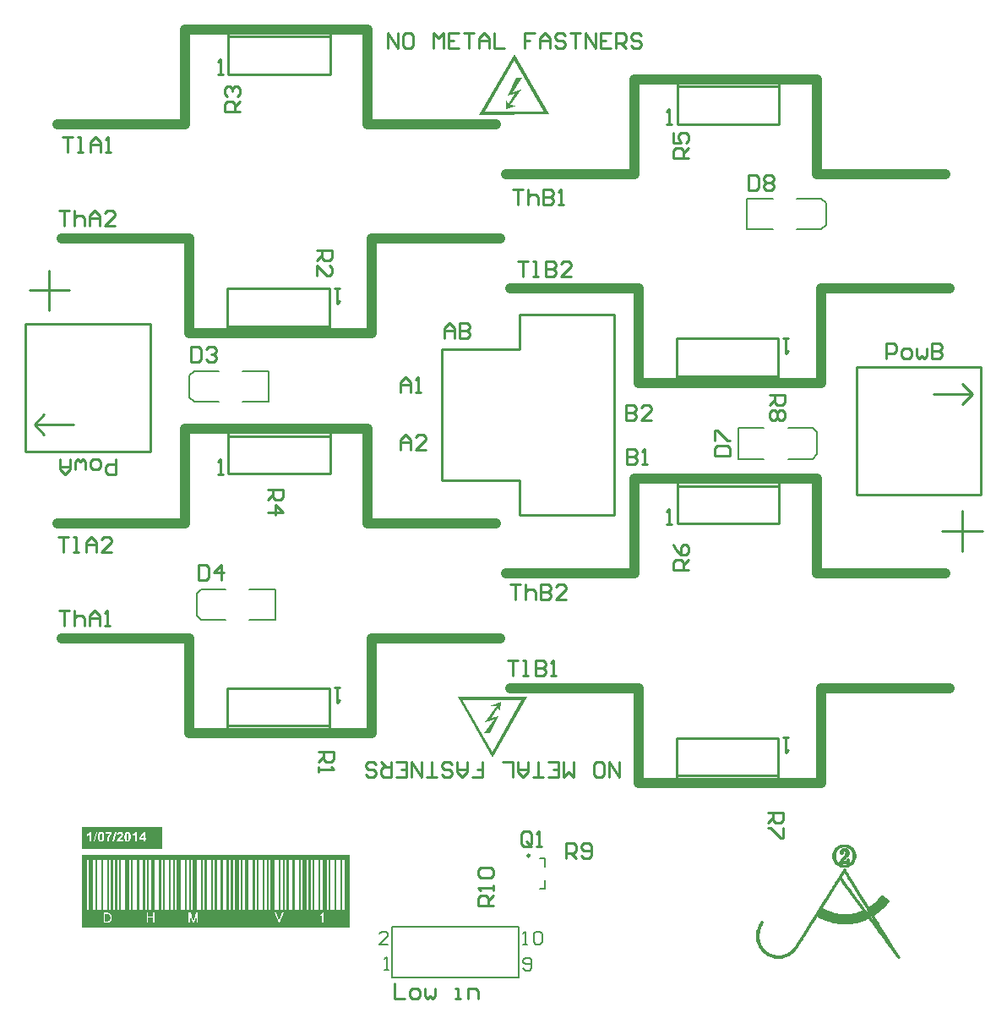
<source format=gto>
%FSLAX24Y24*%
%MOIN*%
G70*
G01*
G75*
G04 Layer_Color=65535*
%ADD10R,0.0276X0.0354*%
%ADD11R,0.0906X0.0906*%
%ADD12R,0.0354X0.0276*%
%ADD13R,0.0394X0.0433*%
%ADD14R,0.0591X0.0236*%
%ADD15C,0.0787*%
%ADD16C,0.0100*%
%ADD17C,0.0984*%
%ADD18C,0.1575*%
%ADD19C,0.0591*%
%ADD20C,0.1181*%
%ADD21R,0.0591X0.0591*%
%ADD22C,0.0500*%
%ADD23R,0.0906X0.0906*%
%ADD24R,0.0433X0.0394*%
%ADD25R,0.0906X0.0984*%
%ADD26R,0.0453X0.0236*%
%ADD27O,0.0236X0.0866*%
%ADD28C,0.0098*%
%ADD29C,0.0079*%
%ADD30C,0.0394*%
%ADD31C,0.0090*%
%ADD32C,0.0080*%
G36*
X21487Y35118D02*
X18746Y35114D01*
X20115Y37490D01*
X21487Y35118D01*
D02*
G37*
G36*
X6237Y6154D02*
X3071D01*
Y7038D01*
X6237D01*
Y6154D01*
D02*
G37*
G36*
X19256Y9779D02*
X17883Y12151D01*
X20624Y12155D01*
X19256Y9779D01*
D02*
G37*
G36*
X13622Y3071D02*
X3071D01*
Y5919D01*
X13622D01*
Y3071D01*
D02*
G37*
%LPC*%
G36*
X4213Y5722D02*
X4134D01*
Y3754D01*
X4213D01*
Y5722D01*
D02*
G37*
G36*
X4528D02*
X4449D01*
Y3754D01*
X4528D01*
Y5722D01*
D02*
G37*
G36*
X4370D02*
X4291D01*
Y3754D01*
X4370D01*
Y5722D01*
D02*
G37*
G36*
X3583D02*
X3504D01*
Y3754D01*
X3583D01*
Y5722D01*
D02*
G37*
G36*
X3346D02*
X3268D01*
Y3754D01*
X3346D01*
Y5722D01*
D02*
G37*
G36*
X4055D02*
X3898D01*
Y3754D01*
X4055D01*
Y5722D01*
D02*
G37*
G36*
X3819D02*
X3661D01*
Y3754D01*
X3819D01*
Y5722D01*
D02*
G37*
G36*
X5787D02*
X5709D01*
Y3754D01*
X5787D01*
Y5722D01*
D02*
G37*
G36*
X5630D02*
X5551D01*
Y3754D01*
X5630D01*
Y5722D01*
D02*
G37*
G36*
X6260D02*
X6181D01*
Y3754D01*
X6260D01*
Y5722D01*
D02*
G37*
G36*
X6102D02*
X5945D01*
Y3754D01*
X6102D01*
Y5722D01*
D02*
G37*
G36*
X5000D02*
X4921D01*
Y3754D01*
X5000D01*
Y5722D01*
D02*
G37*
G36*
X4764D02*
X4606D01*
Y3754D01*
X4764D01*
Y5722D01*
D02*
G37*
G36*
X5472D02*
X5315D01*
Y3754D01*
X5472D01*
Y5722D01*
D02*
G37*
G36*
X5236D02*
X5079D01*
Y3754D01*
X5236D01*
Y5722D01*
D02*
G37*
G36*
X5918Y3652D02*
X5867D01*
Y3494D01*
X5668D01*
Y3652D01*
X5617D01*
Y3268D01*
X5668D01*
Y3449D01*
X5867D01*
Y3268D01*
X5918D01*
Y3652D01*
D02*
G37*
G36*
X3673Y6847D02*
X3618D01*
X3523Y6450D01*
X3577D01*
X3673Y6847D01*
D02*
G37*
G36*
X4419D02*
X4363D01*
X4269Y6450D01*
X4323D01*
X4419Y6847D01*
D02*
G37*
G36*
X3437Y6842D02*
X3377D01*
X3371Y6829D01*
X3364Y6818D01*
X3357Y6807D01*
X3349Y6798D01*
X3341Y6791D01*
X3336Y6785D01*
X3334Y6784D01*
X3332Y6782D01*
X3331Y6781D01*
X3330Y6781D01*
X3318Y6771D01*
X3306Y6764D01*
X3296Y6758D01*
X3286Y6753D01*
X3279Y6749D01*
X3273Y6747D01*
X3271Y6746D01*
X3269Y6746D01*
X3268Y6745D01*
X3268D01*
Y6678D01*
X3288Y6686D01*
X3306Y6695D01*
X3322Y6704D01*
X3329Y6708D01*
X3336Y6713D01*
X3342Y6717D01*
X3347Y6721D01*
X3352Y6725D01*
X3356Y6728D01*
X3359Y6730D01*
X3361Y6732D01*
X3362Y6733D01*
X3363Y6734D01*
Y6457D01*
X3437D01*
Y6842D01*
D02*
G37*
G36*
X4869D02*
X4864D01*
X4854Y6842D01*
X4844Y6840D01*
X4836Y6839D01*
X4827Y6836D01*
X4819Y6833D01*
X4812Y6830D01*
X4806Y6826D01*
X4800Y6822D01*
X4795Y6819D01*
X4790Y6815D01*
X4786Y6812D01*
X4783Y6809D01*
X4781Y6806D01*
X4778Y6804D01*
X4778Y6803D01*
X4777Y6802D01*
X4771Y6793D01*
X4765Y6782D01*
X4759Y6770D01*
X4755Y6758D01*
X4752Y6745D01*
X4749Y6732D01*
X4744Y6706D01*
X4742Y6694D01*
X4741Y6683D01*
X4741Y6673D01*
X4740Y6664D01*
X4740Y6657D01*
Y6651D01*
Y6647D01*
Y6647D01*
Y6646D01*
X4740Y6626D01*
X4741Y6608D01*
X4742Y6591D01*
X4745Y6575D01*
X4747Y6561D01*
X4750Y6549D01*
X4754Y6538D01*
X4757Y6528D01*
X4759Y6519D01*
X4763Y6512D01*
X4766Y6506D01*
X4768Y6501D01*
X4771Y6497D01*
X4772Y6495D01*
X4773Y6493D01*
X4774Y6492D01*
X4780Y6485D01*
X4788Y6478D01*
X4795Y6472D01*
X4802Y6468D01*
X4810Y6464D01*
X4817Y6460D01*
X4825Y6457D01*
X4832Y6455D01*
X4838Y6453D01*
X4845Y6452D01*
X4850Y6451D01*
X4855Y6450D01*
X4859D01*
X4862Y6450D01*
X4864D01*
X4874Y6450D01*
X4884Y6451D01*
X4893Y6453D01*
X4901Y6456D01*
X4909Y6459D01*
X4916Y6462D01*
X4923Y6465D01*
X4929Y6470D01*
X4934Y6473D01*
X4938Y6477D01*
X4942Y6480D01*
X4945Y6483D01*
X4948Y6485D01*
X4950Y6487D01*
X4950Y6488D01*
X4951Y6489D01*
X4957Y6498D01*
X4963Y6509D01*
X4968Y6521D01*
X4973Y6533D01*
X4976Y6546D01*
X4979Y6559D01*
X4984Y6585D01*
X4986Y6597D01*
X4987Y6609D01*
X4988Y6619D01*
X4988Y6628D01*
X4989Y6635D01*
Y6641D01*
Y6644D01*
Y6645D01*
Y6646D01*
X4988Y6666D01*
X4987Y6684D01*
X4985Y6701D01*
X4983Y6716D01*
X4980Y6730D01*
X4977Y6743D01*
X4974Y6754D01*
X4970Y6765D01*
X4967Y6774D01*
X4963Y6781D01*
X4960Y6788D01*
X4957Y6793D01*
X4955Y6797D01*
X4953Y6799D01*
X4952Y6801D01*
X4951Y6802D01*
X4945Y6809D01*
X4938Y6815D01*
X4931Y6821D01*
X4924Y6825D01*
X4917Y6829D01*
X4910Y6832D01*
X4903Y6835D01*
X4896Y6837D01*
X4889Y6839D01*
X4883Y6840D01*
X4878Y6841D01*
X4874Y6842D01*
X4869Y6842D01*
D02*
G37*
G36*
X20413Y12039D02*
X18091D01*
X18102Y12009D01*
X19244Y10033D01*
X19252Y10014D01*
X20413Y12028D01*
Y12039D01*
D02*
G37*
G36*
X20118Y37255D02*
X18958Y35241D01*
Y35230D01*
X21279D01*
X21268Y35260D01*
X20126Y37236D01*
X20118Y37255D01*
D02*
G37*
G36*
X3825Y6842D02*
X3820D01*
X3810Y6842D01*
X3800Y6840D01*
X3791Y6839D01*
X3783Y6836D01*
X3775Y6833D01*
X3768Y6830D01*
X3761Y6826D01*
X3756Y6822D01*
X3750Y6819D01*
X3746Y6815D01*
X3742Y6812D01*
X3739Y6809D01*
X3736Y6806D01*
X3734Y6804D01*
X3733Y6803D01*
X3733Y6802D01*
X3726Y6793D01*
X3721Y6782D01*
X3715Y6770D01*
X3711Y6758D01*
X3708Y6745D01*
X3705Y6732D01*
X3700Y6706D01*
X3698Y6694D01*
X3697Y6683D01*
X3697Y6673D01*
X3696Y6664D01*
X3695Y6657D01*
Y6651D01*
Y6647D01*
Y6647D01*
Y6646D01*
X3696Y6626D01*
X3697Y6608D01*
X3698Y6591D01*
X3701Y6575D01*
X3703Y6561D01*
X3706Y6549D01*
X3709Y6538D01*
X3712Y6528D01*
X3715Y6519D01*
X3719Y6512D01*
X3722Y6506D01*
X3724Y6501D01*
X3726Y6497D01*
X3728Y6495D01*
X3729Y6493D01*
X3729Y6492D01*
X3736Y6485D01*
X3743Y6478D01*
X3750Y6472D01*
X3758Y6468D01*
X3766Y6464D01*
X3773Y6460D01*
X3781Y6457D01*
X3788Y6455D01*
X3794Y6453D01*
X3801Y6452D01*
X3806Y6451D01*
X3811Y6450D01*
X3815D01*
X3818Y6450D01*
X3820D01*
X3830Y6450D01*
X3840Y6451D01*
X3849Y6453D01*
X3857Y6456D01*
X3864Y6459D01*
X3872Y6462D01*
X3878Y6465D01*
X3884Y6470D01*
X3890Y6473D01*
X3894Y6477D01*
X3898Y6480D01*
X3901Y6483D01*
X3904Y6485D01*
X3905Y6487D01*
X3906Y6488D01*
X3907Y6489D01*
X3913Y6498D01*
X3919Y6509D01*
X3924Y6521D01*
X3929Y6533D01*
X3932Y6546D01*
X3935Y6559D01*
X3940Y6585D01*
X3942Y6597D01*
X3943Y6609D01*
X3943Y6619D01*
X3944Y6628D01*
X3945Y6635D01*
Y6641D01*
Y6644D01*
Y6645D01*
Y6646D01*
X3944Y6666D01*
X3943Y6684D01*
X3941Y6701D01*
X3939Y6716D01*
X3936Y6730D01*
X3933Y6743D01*
X3929Y6754D01*
X3926Y6765D01*
X3922Y6774D01*
X3919Y6781D01*
X3916Y6788D01*
X3913Y6793D01*
X3911Y6797D01*
X3909Y6799D01*
X3908Y6801D01*
X3907Y6802D01*
X3901Y6809D01*
X3894Y6815D01*
X3887Y6821D01*
X3880Y6825D01*
X3873Y6829D01*
X3866Y6832D01*
X3859Y6835D01*
X3852Y6837D01*
X3845Y6839D01*
X3839Y6840D01*
X3834Y6841D01*
X3829Y6842D01*
X3825Y6842D01*
D02*
G37*
G36*
X4245Y6835D02*
X3994D01*
Y6767D01*
X4160D01*
X4142Y6742D01*
X4126Y6716D01*
X4112Y6691D01*
X4105Y6679D01*
X4100Y6668D01*
X4095Y6657D01*
X4090Y6648D01*
X4087Y6639D01*
X4084Y6632D01*
X4081Y6626D01*
X4079Y6622D01*
X4079Y6619D01*
X4078Y6618D01*
X4073Y6603D01*
X4067Y6588D01*
X4063Y6573D01*
X4060Y6558D01*
X4057Y6544D01*
X4054Y6531D01*
X4052Y6518D01*
X4050Y6506D01*
X4049Y6496D01*
X4048Y6486D01*
X4046Y6478D01*
X4046Y6470D01*
Y6464D01*
X4045Y6460D01*
Y6458D01*
Y6457D01*
X4116D01*
X4117Y6476D01*
X4118Y6496D01*
X4121Y6515D01*
X4122Y6524D01*
X4124Y6533D01*
X4125Y6541D01*
X4127Y6549D01*
X4128Y6555D01*
X4130Y6561D01*
X4131Y6565D01*
X4132Y6568D01*
X4132Y6571D01*
Y6571D01*
X4139Y6595D01*
X4147Y6618D01*
X4151Y6629D01*
X4155Y6639D01*
X4159Y6648D01*
X4163Y6657D01*
X4167Y6665D01*
X4170Y6672D01*
X4173Y6678D01*
X4176Y6684D01*
X4179Y6688D01*
X4180Y6691D01*
X4181Y6693D01*
X4181Y6694D01*
X4187Y6704D01*
X4194Y6714D01*
X4200Y6723D01*
X4205Y6732D01*
X4211Y6739D01*
X4216Y6747D01*
X4221Y6753D01*
X4225Y6759D01*
X4229Y6764D01*
X4234Y6769D01*
X4237Y6773D01*
X4240Y6776D01*
X4242Y6778D01*
X4244Y6781D01*
X4245Y6781D01*
X4245Y6782D01*
Y6835D01*
D02*
G37*
G36*
X12590Y3654D02*
X12559D01*
X12554Y3644D01*
X12548Y3635D01*
X12541Y3626D01*
X12534Y3618D01*
X12527Y3612D01*
X12522Y3606D01*
X12518Y3603D01*
X12518Y3602D01*
X12517Y3602D01*
X12506Y3592D01*
X12494Y3584D01*
X12483Y3576D01*
X12472Y3570D01*
X12463Y3564D01*
X12459Y3563D01*
X12455Y3561D01*
X12453Y3559D01*
X12450Y3558D01*
X12449Y3557D01*
X12449D01*
Y3511D01*
X12457Y3515D01*
X12466Y3519D01*
X12474Y3522D01*
X12481Y3526D01*
X12488Y3530D01*
X12493Y3533D01*
X12497Y3535D01*
X12497Y3536D01*
X12498D01*
X12508Y3541D01*
X12517Y3548D01*
X12524Y3553D01*
X12531Y3558D01*
X12536Y3563D01*
X12540Y3565D01*
X12542Y3568D01*
X12543Y3568D01*
Y3268D01*
X12590D01*
Y3654D01*
D02*
G37*
G36*
X11021Y3652D02*
X10969D01*
X10865Y3373D01*
X10861Y3361D01*
X10857Y3350D01*
X10853Y3339D01*
X10851Y3330D01*
X10848Y3322D01*
X10846Y3315D01*
X10846Y3313D01*
X10845Y3311D01*
X10845Y3310D01*
Y3310D01*
X10838Y3332D01*
X10835Y3343D01*
X10831Y3353D01*
X10828Y3361D01*
X10827Y3367D01*
X10825Y3370D01*
X10825Y3371D01*
X10824Y3372D01*
Y3373D01*
X10725Y3652D01*
X10669D01*
X10818Y3268D01*
X10870D01*
X11021Y3652D01*
D02*
G37*
G36*
X7644D02*
X7575D01*
X7483Y3385D01*
X7478Y3370D01*
X7473Y3358D01*
X7470Y3347D01*
X7468Y3338D01*
X7465Y3332D01*
X7464Y3327D01*
X7463Y3324D01*
X7462Y3323D01*
X7460Y3331D01*
X7457Y3340D01*
X7454Y3350D01*
X7451Y3359D01*
X7448Y3367D01*
X7446Y3374D01*
X7445Y3377D01*
X7445Y3378D01*
X7444Y3379D01*
Y3380D01*
X7353Y3652D01*
X7277D01*
Y3268D01*
X7326D01*
Y3595D01*
X7437Y3268D01*
X7482D01*
X7595Y3589D01*
Y3268D01*
X7644D01*
Y3652D01*
D02*
G37*
G36*
X4070D02*
X3923D01*
Y3268D01*
X4061D01*
X4074Y3268D01*
X4085Y3269D01*
X4096Y3270D01*
X4105Y3271D01*
X4112Y3272D01*
X4118Y3273D01*
X4121Y3274D01*
X4122D01*
X4132Y3277D01*
X4141Y3280D01*
X4149Y3283D01*
X4155Y3286D01*
X4160Y3289D01*
X4164Y3291D01*
X4167Y3292D01*
X4168Y3293D01*
X4175Y3298D01*
X4181Y3304D01*
X4188Y3310D01*
X4192Y3315D01*
X4197Y3320D01*
X4200Y3324D01*
X4202Y3327D01*
X4203Y3328D01*
X4209Y3337D01*
X4214Y3346D01*
X4219Y3355D01*
X4222Y3364D01*
X4225Y3372D01*
X4227Y3378D01*
X4228Y3381D01*
X4229Y3382D01*
X4229Y3384D01*
Y3384D01*
X4233Y3397D01*
X4235Y3410D01*
X4237Y3424D01*
X4239Y3436D01*
X4239Y3446D01*
Y3451D01*
X4240Y3454D01*
Y3458D01*
Y3460D01*
Y3461D01*
Y3462D01*
X4239Y3481D01*
X4237Y3498D01*
X4235Y3513D01*
X4233Y3520D01*
X4232Y3526D01*
X4231Y3532D01*
X4229Y3537D01*
X4228Y3542D01*
X4227Y3546D01*
X4226Y3549D01*
X4225Y3551D01*
X4225Y3552D01*
Y3553D01*
X4218Y3567D01*
X4211Y3580D01*
X4203Y3591D01*
X4196Y3601D01*
X4189Y3608D01*
X4184Y3614D01*
X4180Y3618D01*
X4180Y3619D01*
X4179D01*
X4170Y3626D01*
X4160Y3632D01*
X4151Y3636D01*
X4142Y3640D01*
X4134Y3643D01*
X4128Y3644D01*
X4126Y3646D01*
X4125D01*
X4123Y3646D01*
X4123D01*
X4113Y3648D01*
X4102Y3650D01*
X4091Y3651D01*
X4080Y3651D01*
X4070Y3652D01*
D02*
G37*
G36*
X4573Y6842D02*
X4558D01*
X4549Y6841D01*
X4532Y6838D01*
X4518Y6833D01*
X4511Y6831D01*
X4506Y6829D01*
X4500Y6826D01*
X4495Y6824D01*
X4491Y6822D01*
X4488Y6819D01*
X4485Y6818D01*
X4483Y6816D01*
X4482Y6816D01*
X4482Y6815D01*
X4476Y6810D01*
X4470Y6804D01*
X4465Y6798D01*
X4461Y6791D01*
X4454Y6776D01*
X4448Y6762D01*
X4446Y6755D01*
X4445Y6749D01*
X4443Y6743D01*
X4442Y6738D01*
X4441Y6734D01*
Y6731D01*
X4441Y6729D01*
Y6728D01*
X4514Y6721D01*
X4515Y6732D01*
X4517Y6742D01*
X4520Y6750D01*
X4522Y6756D01*
X4525Y6761D01*
X4527Y6764D01*
X4528Y6767D01*
X4529Y6767D01*
X4535Y6772D01*
X4541Y6776D01*
X4547Y6778D01*
X4553Y6780D01*
X4558Y6781D01*
X4562Y6781D01*
X4566D01*
X4574Y6781D01*
X4582Y6779D01*
X4588Y6777D01*
X4593Y6775D01*
X4597Y6772D01*
X4600Y6770D01*
X4602Y6769D01*
X4603Y6768D01*
X4607Y6763D01*
X4610Y6756D01*
X4613Y6750D01*
X4614Y6744D01*
X4616Y6739D01*
X4616Y6734D01*
Y6731D01*
Y6730D01*
X4616Y6722D01*
X4614Y6714D01*
X4611Y6706D01*
X4609Y6699D01*
X4606Y6693D01*
X4603Y6689D01*
X4602Y6686D01*
X4601Y6685D01*
X4599Y6681D01*
X4595Y6677D01*
X4591Y6673D01*
X4586Y6668D01*
X4576Y6658D01*
X4566Y6647D01*
X4556Y6638D01*
X4551Y6633D01*
X4548Y6630D01*
X4544Y6627D01*
X4542Y6624D01*
X4540Y6623D01*
X4540Y6622D01*
X4528Y6612D01*
X4518Y6602D01*
X4509Y6592D01*
X4500Y6584D01*
X4493Y6575D01*
X4486Y6568D01*
X4480Y6561D01*
X4475Y6554D01*
X4470Y6549D01*
X4466Y6544D01*
X4463Y6540D01*
X4461Y6536D01*
X4459Y6533D01*
X4458Y6532D01*
X4456Y6530D01*
Y6530D01*
X4449Y6517D01*
X4444Y6504D01*
X4439Y6492D01*
X4437Y6480D01*
X4434Y6471D01*
X4434Y6467D01*
X4433Y6463D01*
X4432Y6461D01*
X4432Y6458D01*
Y6457D01*
Y6457D01*
X4690D01*
Y6525D01*
X4543D01*
X4548Y6533D01*
X4553Y6539D01*
X4555Y6542D01*
X4556Y6543D01*
X4558Y6544D01*
X4558Y6545D01*
X4561Y6547D01*
X4563Y6550D01*
X4569Y6556D01*
X4576Y6563D01*
X4584Y6570D01*
X4591Y6577D01*
X4597Y6582D01*
X4599Y6585D01*
X4600Y6587D01*
X4602Y6587D01*
X4602Y6588D01*
X4614Y6599D01*
X4624Y6609D01*
X4633Y6618D01*
X4640Y6625D01*
X4645Y6630D01*
X4648Y6634D01*
X4650Y6636D01*
X4651Y6637D01*
X4658Y6646D01*
X4664Y6655D01*
X4669Y6663D01*
X4673Y6671D01*
X4676Y6677D01*
X4679Y6681D01*
X4680Y6684D01*
X4680Y6685D01*
X4683Y6694D01*
X4686Y6704D01*
X4688Y6712D01*
X4689Y6719D01*
X4689Y6726D01*
X4690Y6731D01*
Y6734D01*
Y6735D01*
X4689Y6743D01*
X4689Y6752D01*
X4685Y6766D01*
X4679Y6779D01*
X4673Y6790D01*
X4668Y6799D01*
X4665Y6803D01*
X4662Y6806D01*
X4660Y6808D01*
X4658Y6810D01*
X4658Y6811D01*
X4657Y6811D01*
X4651Y6816D01*
X4644Y6822D01*
X4637Y6826D01*
X4630Y6829D01*
X4614Y6835D01*
X4600Y6838D01*
X4593Y6840D01*
X4587Y6840D01*
X4582Y6841D01*
X4577Y6842D01*
X4573Y6842D01*
D02*
G37*
G36*
X5227D02*
X5167D01*
X5161Y6829D01*
X5154Y6818D01*
X5147Y6807D01*
X5139Y6798D01*
X5132Y6791D01*
X5126Y6785D01*
X5124Y6784D01*
X5122Y6782D01*
X5121Y6781D01*
X5120Y6781D01*
X5108Y6771D01*
X5096Y6764D01*
X5086Y6758D01*
X5077Y6753D01*
X5069Y6749D01*
X5063Y6747D01*
X5061Y6746D01*
X5059Y6746D01*
X5058Y6745D01*
X5058D01*
Y6678D01*
X5078Y6686D01*
X5096Y6695D01*
X5112Y6704D01*
X5119Y6708D01*
X5126Y6713D01*
X5132Y6717D01*
X5137Y6721D01*
X5142Y6725D01*
X5146Y6728D01*
X5149Y6730D01*
X5151Y6732D01*
X5153Y6733D01*
X5153Y6734D01*
Y6457D01*
X5227D01*
Y6842D01*
D02*
G37*
G36*
X5552D02*
X5490D01*
X5323Y6598D01*
Y6534D01*
X5481D01*
Y6457D01*
X5552D01*
Y6534D01*
X5600D01*
Y6598D01*
X5552D01*
Y6842D01*
D02*
G37*
G36*
X11142Y5722D02*
X11063D01*
Y3754D01*
X11142D01*
Y5722D01*
D02*
G37*
G36*
X10984D02*
X10905D01*
Y3754D01*
X10984D01*
Y5722D01*
D02*
G37*
G36*
X11614D02*
X11457D01*
Y3754D01*
X11614D01*
Y5722D01*
D02*
G37*
G36*
X11378D02*
X11220D01*
Y3754D01*
X11378D01*
Y5722D01*
D02*
G37*
G36*
X10827D02*
X10669D01*
Y3754D01*
X10827D01*
Y5722D01*
D02*
G37*
G36*
X10197D02*
X10039D01*
Y3754D01*
X10197D01*
Y5722D01*
D02*
G37*
G36*
X9961D02*
X9882D01*
Y3754D01*
X9961D01*
Y5722D01*
D02*
G37*
G36*
X10512D02*
X10433D01*
Y3754D01*
X10512D01*
Y5722D01*
D02*
G37*
G36*
X10354D02*
X10276D01*
Y3754D01*
X10354D01*
Y5722D01*
D02*
G37*
G36*
X13031D02*
X12874D01*
Y3754D01*
X13031D01*
Y5722D01*
D02*
G37*
G36*
X12795D02*
X12717D01*
Y3754D01*
X12795D01*
Y5722D01*
D02*
G37*
G36*
X13425D02*
X13346D01*
Y3754D01*
X13425D01*
Y5722D01*
D02*
G37*
G36*
X13268D02*
X13110D01*
Y3754D01*
X13268D01*
Y5722D01*
D02*
G37*
G36*
X12559D02*
X12480D01*
Y3754D01*
X12559D01*
Y5722D01*
D02*
G37*
G36*
X12008D02*
X11929D01*
Y3754D01*
X12008D01*
Y5722D01*
D02*
G37*
G36*
X11772D02*
X11693D01*
Y3754D01*
X11772D01*
Y5722D01*
D02*
G37*
G36*
X12402D02*
X12244D01*
Y3754D01*
X12402D01*
Y5722D01*
D02*
G37*
G36*
X12165D02*
X12087D01*
Y3754D01*
X12165D01*
Y5722D01*
D02*
G37*
G36*
X7756D02*
X7598D01*
Y3754D01*
X7756D01*
Y5722D01*
D02*
G37*
G36*
X7441D02*
X7362D01*
Y3754D01*
X7441D01*
Y5722D01*
D02*
G37*
G36*
X7913D02*
X7835D01*
Y3754D01*
X7913D01*
Y5722D01*
D02*
G37*
G36*
X8307D02*
X8228D01*
Y3754D01*
X8307D01*
Y5722D01*
D02*
G37*
G36*
X8150D02*
X7992D01*
Y3754D01*
X8150D01*
Y5722D01*
D02*
G37*
G36*
X6654D02*
X6575D01*
Y3754D01*
X6654D01*
Y5722D01*
D02*
G37*
G36*
X6496D02*
X6339D01*
Y3754D01*
X6496D01*
Y5722D01*
D02*
G37*
G36*
X6811D02*
X6732D01*
Y3754D01*
X6811D01*
Y5722D01*
D02*
G37*
G36*
X7283D02*
X7205D01*
Y3754D01*
X7283D01*
Y5722D01*
D02*
G37*
G36*
X7126D02*
X6969D01*
Y3754D01*
X7126D01*
Y5722D01*
D02*
G37*
G36*
X8543D02*
X8386D01*
Y3754D01*
X8543D01*
Y5722D01*
D02*
G37*
G36*
X9331D02*
X9252D01*
Y3754D01*
X9331D01*
Y5722D01*
D02*
G37*
G36*
X9488D02*
X9409D01*
Y3754D01*
X9488D01*
Y5722D01*
D02*
G37*
G36*
X9803D02*
X9646D01*
Y3754D01*
X9803D01*
Y5722D01*
D02*
G37*
G36*
X8780D02*
X8622D01*
Y3754D01*
X8780D01*
Y5722D01*
D02*
G37*
G36*
X8937D02*
X8858D01*
Y3754D01*
X8937D01*
Y5722D01*
D02*
G37*
G36*
X9094D02*
X9016D01*
Y3754D01*
X9094D01*
Y5722D01*
D02*
G37*
%LPD*%
G36*
X19576Y11583D02*
X19475Y11741D01*
X19231Y11322D01*
X19503Y11397D01*
X19165Y10720D01*
X18923D01*
X19319Y11256D01*
X18967Y11162D01*
X19415Y11785D01*
X19165Y11810D01*
X19584Y11954D01*
X19576Y11583D01*
D02*
G37*
G36*
X4070Y3606D02*
X4083Y3606D01*
X4094Y3605D01*
X4103Y3603D01*
X4110Y3601D01*
X4115Y3600D01*
X4118Y3599D01*
X4119Y3599D01*
X4129Y3594D01*
X4139Y3587D01*
X4147Y3580D01*
X4154Y3573D01*
X4160Y3566D01*
X4164Y3560D01*
X4165Y3558D01*
X4166Y3556D01*
X4167Y3556D01*
Y3555D01*
X4171Y3549D01*
X4174Y3541D01*
X4179Y3527D01*
X4182Y3512D01*
X4185Y3496D01*
X4185Y3490D01*
X4186Y3484D01*
X4187Y3478D01*
X4187Y3472D01*
Y3468D01*
Y3465D01*
Y3463D01*
Y3463D01*
X4187Y3447D01*
X4185Y3433D01*
X4184Y3420D01*
X4182Y3409D01*
X4180Y3400D01*
X4179Y3396D01*
X4178Y3393D01*
X4178Y3391D01*
X4177Y3389D01*
X4177Y3389D01*
Y3388D01*
X4173Y3378D01*
X4168Y3368D01*
X4163Y3360D01*
X4159Y3353D01*
X4155Y3347D01*
X4151Y3343D01*
X4149Y3340D01*
X4149Y3340D01*
X4143Y3335D01*
X4138Y3331D01*
X4132Y3328D01*
X4126Y3325D01*
X4122Y3323D01*
X4118Y3321D01*
X4115Y3320D01*
X4114Y3320D01*
X4105Y3317D01*
X4096Y3316D01*
X4086Y3315D01*
X4077Y3314D01*
X4068Y3313D01*
X4061Y3313D01*
X3974D01*
Y3607D01*
X4054D01*
X4070Y3606D01*
D02*
G37*
G36*
X4869Y6781D02*
X4873Y6780D01*
X4877Y6778D01*
X4881Y6777D01*
X4883Y6776D01*
X4885Y6774D01*
X4886Y6773D01*
X4887Y6773D01*
X4891Y6769D01*
X4894Y6764D01*
X4899Y6752D01*
X4902Y6747D01*
X4903Y6743D01*
X4904Y6740D01*
Y6739D01*
Y6739D01*
X4905Y6733D01*
X4906Y6728D01*
X4907Y6721D01*
X4908Y6714D01*
X4909Y6698D01*
X4910Y6683D01*
Y6675D01*
Y6668D01*
X4911Y6662D01*
Y6657D01*
Y6652D01*
Y6649D01*
Y6646D01*
Y6646D01*
Y6633D01*
X4910Y6622D01*
Y6612D01*
X4910Y6602D01*
X4909Y6593D01*
X4909Y6585D01*
X4908Y6578D01*
X4907Y6572D01*
X4906Y6567D01*
X4906Y6562D01*
X4905Y6558D01*
X4905Y6555D01*
X4904Y6552D01*
Y6550D01*
X4903Y6550D01*
Y6549D01*
X4901Y6542D01*
X4898Y6535D01*
X4896Y6530D01*
X4893Y6526D01*
X4891Y6523D01*
X4889Y6520D01*
X4888Y6519D01*
X4887Y6519D01*
X4883Y6516D01*
X4879Y6514D01*
X4872Y6512D01*
X4869Y6511D01*
X4867Y6511D01*
X4864D01*
X4859Y6511D01*
X4855Y6512D01*
X4851Y6513D01*
X4847Y6515D01*
X4844Y6516D01*
X4842Y6518D01*
X4841Y6518D01*
X4840Y6519D01*
X4837Y6523D01*
X4833Y6527D01*
X4831Y6533D01*
X4828Y6539D01*
X4826Y6544D01*
X4825Y6548D01*
X4824Y6551D01*
X4824Y6552D01*
X4823Y6557D01*
X4821Y6564D01*
X4821Y6570D01*
X4820Y6578D01*
X4819Y6593D01*
X4818Y6609D01*
Y6616D01*
Y6623D01*
X4817Y6629D01*
Y6635D01*
Y6639D01*
Y6643D01*
Y6645D01*
Y6646D01*
Y6658D01*
X4818Y6669D01*
Y6680D01*
X4819Y6690D01*
X4819Y6698D01*
X4820Y6706D01*
X4820Y6713D01*
X4821Y6719D01*
X4821Y6725D01*
X4822Y6729D01*
X4823Y6733D01*
X4823Y6737D01*
X4824Y6739D01*
X4824Y6741D01*
Y6742D01*
Y6742D01*
X4827Y6750D01*
X4829Y6756D01*
X4832Y6761D01*
X4834Y6766D01*
X4837Y6769D01*
X4838Y6771D01*
X4840Y6772D01*
X4840Y6773D01*
X4844Y6776D01*
X4848Y6778D01*
X4852Y6779D01*
X4856Y6780D01*
X4859Y6781D01*
X4862Y6781D01*
X4864D01*
X4869Y6781D01*
D02*
G37*
G36*
X3825D02*
X3829Y6780D01*
X3833Y6778D01*
X3836Y6777D01*
X3839Y6776D01*
X3841Y6774D01*
X3842Y6773D01*
X3843Y6773D01*
X3846Y6769D01*
X3850Y6764D01*
X3855Y6752D01*
X3857Y6747D01*
X3859Y6743D01*
X3860Y6740D01*
Y6739D01*
Y6739D01*
X3861Y6733D01*
X3862Y6728D01*
X3863Y6721D01*
X3864Y6714D01*
X3865Y6698D01*
X3866Y6683D01*
Y6675D01*
Y6668D01*
X3867Y6662D01*
Y6657D01*
Y6652D01*
Y6649D01*
Y6646D01*
Y6646D01*
Y6633D01*
X3866Y6622D01*
Y6612D01*
X3866Y6602D01*
X3865Y6593D01*
X3864Y6585D01*
X3864Y6578D01*
X3863Y6572D01*
X3862Y6567D01*
X3861Y6562D01*
X3861Y6558D01*
X3860Y6555D01*
X3860Y6552D01*
Y6550D01*
X3859Y6550D01*
Y6549D01*
X3857Y6542D01*
X3854Y6535D01*
X3852Y6530D01*
X3849Y6526D01*
X3846Y6523D01*
X3845Y6520D01*
X3843Y6519D01*
X3843Y6519D01*
X3839Y6516D01*
X3835Y6514D01*
X3828Y6512D01*
X3825Y6511D01*
X3822Y6511D01*
X3820D01*
X3815Y6511D01*
X3811Y6512D01*
X3807Y6513D01*
X3803Y6515D01*
X3800Y6516D01*
X3798Y6518D01*
X3797Y6518D01*
X3796Y6519D01*
X3792Y6523D01*
X3789Y6527D01*
X3787Y6533D01*
X3784Y6539D01*
X3782Y6544D01*
X3781Y6548D01*
X3780Y6551D01*
X3780Y6552D01*
X3778Y6557D01*
X3777Y6564D01*
X3777Y6570D01*
X3776Y6578D01*
X3775Y6593D01*
X3774Y6609D01*
Y6616D01*
Y6623D01*
X3773Y6629D01*
Y6635D01*
Y6639D01*
Y6643D01*
Y6645D01*
Y6646D01*
Y6658D01*
X3774Y6669D01*
Y6680D01*
X3774Y6690D01*
X3775Y6698D01*
X3776Y6706D01*
X3776Y6713D01*
X3777Y6719D01*
X3777Y6725D01*
X3778Y6729D01*
X3778Y6733D01*
X3779Y6737D01*
X3780Y6739D01*
X3780Y6741D01*
Y6742D01*
Y6742D01*
X3783Y6750D01*
X3785Y6756D01*
X3788Y6761D01*
X3790Y6766D01*
X3792Y6769D01*
X3794Y6771D01*
X3795Y6772D01*
X3796Y6773D01*
X3800Y6776D01*
X3804Y6778D01*
X3808Y6779D01*
X3812Y6780D01*
X3815Y6781D01*
X3818Y6781D01*
X3820D01*
X3825Y6781D01*
D02*
G37*
G36*
X20051Y36013D02*
X20403Y36107D01*
X19955Y35484D01*
X20205Y35459D01*
X19786Y35315D01*
X19794Y35686D01*
X19895Y35528D01*
X20140Y35947D01*
X19867Y35872D01*
X20205Y36549D01*
X20447D01*
X20051Y36013D01*
D02*
G37*
G36*
X5481Y6598D02*
X5392D01*
X5481Y6730D01*
Y6598D01*
D02*
G37*
D16*
X1772Y27402D02*
Y28976D01*
X984Y28189D02*
X2559D01*
X1181Y22903D02*
X1575Y23297D01*
X1181Y22903D02*
X1181D01*
X1181D02*
X1575Y22509D01*
X1181Y22903D02*
X2717D01*
X5748Y21840D02*
Y26860D01*
X827Y21840D02*
Y26860D01*
Y21840D02*
X5748D01*
X827Y26860D02*
X5748D01*
X37008Y18701D02*
X38583D01*
X37795Y17913D02*
Y19488D01*
X12819Y10740D02*
Y12512D01*
X8803Y10740D02*
Y12512D01*
Y10740D02*
X12819D01*
X8803Y12512D02*
X12819D01*
X8803Y11024D02*
X12819D01*
X12819Y26488D02*
Y28260D01*
X8803Y26488D02*
Y28260D01*
Y26488D02*
X12819D01*
X8803Y28260D02*
X12819D01*
X8803Y26772D02*
X12819D01*
X30535Y8772D02*
Y10543D01*
X26520Y8772D02*
Y10543D01*
Y8772D02*
X30535D01*
X26520Y10543D02*
X30535D01*
X26520Y9055D02*
X30535D01*
X26551Y20472D02*
X30567D01*
X26551Y18984D02*
X30567D01*
X26551Y20756D02*
X30567D01*
Y18984D02*
Y20756D01*
X26551Y18984D02*
Y20756D01*
X8835Y22441D02*
X12850D01*
X8835Y20953D02*
X12850D01*
X8835Y22724D02*
X12850D01*
Y20953D02*
Y22724D01*
X8835Y20953D02*
Y22724D01*
X8835Y38189D02*
X12850D01*
X8835Y36701D02*
X12850D01*
X8835Y38472D02*
X12850D01*
Y36701D02*
Y38472D01*
X8835Y36701D02*
Y38472D01*
X26551Y36220D02*
X30567D01*
X26551Y34732D02*
X30567D01*
X26551Y36504D02*
X30567D01*
Y34732D02*
Y36504D01*
X26551Y34732D02*
Y36504D01*
X24059Y19321D02*
Y27235D01*
X17256Y20703D02*
Y25853D01*
X20331D01*
Y27235D01*
X24059D01*
X20331Y19321D02*
Y20703D01*
Y19321D02*
X24059D01*
X17256Y20703D02*
X20331D01*
X30535Y24520D02*
Y26291D01*
X26520Y24520D02*
Y26291D01*
Y24520D02*
X30535D01*
X26520Y26291D02*
X30535D01*
X26520Y24803D02*
X30535D01*
X33622Y20140D02*
X38543D01*
X33622Y25160D02*
X38543D01*
Y20140D02*
Y25160D01*
X33622Y20140D02*
Y25160D01*
X36654Y24097D02*
X38189D01*
X37795Y24491D02*
X38189Y24097D01*
X38189D02*
X38189D01*
X37795Y23703D02*
X38189Y24097D01*
X7650Y17350D02*
Y16750D01*
X7950D01*
X8050Y16850D01*
Y17250D01*
X7950Y17350D01*
X7650D01*
X8550Y16750D02*
Y17350D01*
X8250Y17050D01*
X8650D01*
X7375Y25950D02*
Y25350D01*
X7675D01*
X7775Y25450D01*
Y25850D01*
X7675Y25950D01*
X7375D01*
X7975Y25850D02*
X8075Y25950D01*
X8275D01*
X8375Y25850D01*
Y25750D01*
X8275Y25650D01*
X8175D01*
X8275D01*
X8375Y25550D01*
Y25450D01*
X8275Y25350D01*
X8075D01*
X7975Y25450D01*
X29365Y32745D02*
Y32145D01*
X29665D01*
X29765Y32245D01*
Y32645D01*
X29665Y32745D01*
X29365D01*
X29965Y32645D02*
X30065Y32745D01*
X30265D01*
X30365Y32645D01*
Y32545D01*
X30265Y32445D01*
X30365Y32345D01*
Y32245D01*
X30265Y32145D01*
X30065D01*
X29965Y32245D01*
Y32345D01*
X30065Y32445D01*
X29965Y32545D01*
Y32645D01*
X30065Y32445D02*
X30265D01*
X28022Y21654D02*
X28622D01*
Y21953D01*
X28522Y22053D01*
X28122D01*
X28022Y21953D01*
Y21654D01*
Y22253D02*
Y22653D01*
X28122D01*
X28522Y22253D01*
X28622D01*
X34803Y25512D02*
Y26112D01*
X35103D01*
X35203Y26012D01*
Y25812D01*
X35103Y25712D01*
X34803D01*
X35503Y25512D02*
X35703D01*
X35803Y25612D01*
Y25812D01*
X35703Y25912D01*
X35503D01*
X35403Y25812D01*
Y25612D01*
X35503Y25512D01*
X36003Y25912D02*
Y25612D01*
X36103Y25512D01*
X36203Y25612D01*
X36303Y25512D01*
X36403Y25612D01*
Y25912D01*
X36603Y26112D02*
Y25512D01*
X36902D01*
X37002Y25612D01*
Y25712D01*
X36902Y25812D01*
X36603D01*
X36902D01*
X37002Y25912D01*
Y26012D01*
X36902Y26112D01*
X36603D01*
X2126Y18474D02*
X2526D01*
X2326D01*
Y17874D01*
X2726D02*
X2926D01*
X2826D01*
Y18474D01*
X2726D01*
X3226Y17874D02*
Y18274D01*
X3426Y18474D01*
X3625Y18274D01*
Y17874D01*
Y18174D01*
X3226D01*
X4225Y17874D02*
X3825D01*
X4225Y18274D01*
Y18374D01*
X4125Y18474D01*
X3925D01*
X3825Y18374D01*
X17362Y26299D02*
Y26699D01*
X17562Y26899D01*
X17762Y26699D01*
Y26299D01*
Y26599D01*
X17362D01*
X17962Y26899D02*
Y26299D01*
X18262D01*
X18362Y26399D01*
Y26499D01*
X18262Y26599D01*
X17962D01*
X18262D01*
X18362Y26699D01*
Y26799D01*
X18262Y26899D01*
X17962D01*
X15394Y875D02*
Y276D01*
X15794D01*
X16093D02*
X16293D01*
X16393Y376D01*
Y575D01*
X16293Y675D01*
X16093D01*
X15994Y575D01*
Y376D01*
X16093Y276D01*
X16593Y675D02*
Y376D01*
X16693Y276D01*
X16793Y376D01*
X16893Y276D01*
X16993Y376D01*
Y675D01*
X17793Y276D02*
X17993D01*
X17893D01*
Y675D01*
X17793D01*
X18293Y276D02*
Y675D01*
X18593D01*
X18693Y575D01*
Y276D01*
X20794Y6360D02*
Y6760D01*
X20694Y6860D01*
X20494D01*
X20394Y6760D01*
Y6360D01*
X20494Y6260D01*
X20694D01*
X20594Y6460D02*
X20794Y6260D01*
X20694D02*
X20794Y6360D01*
X20994Y6260D02*
X21193D01*
X21093D01*
Y6860D01*
X20994Y6760D01*
X12402Y10000D02*
X13001D01*
Y9700D01*
X12901Y9600D01*
X12701D01*
X12602Y9700D01*
Y10000D01*
Y9800D02*
X12402Y9600D01*
Y9400D02*
Y9200D01*
Y9300D01*
X13001D01*
X12901Y9400D01*
X12323Y29764D02*
X12923D01*
Y29464D01*
X12823Y29364D01*
X12623D01*
X12523Y29464D01*
Y29764D01*
Y29564D02*
X12323Y29364D01*
Y28764D02*
Y29164D01*
X12723Y28764D01*
X12823D01*
X12923Y28864D01*
Y29064D01*
X12823Y29164D01*
X9291Y35236D02*
X8692D01*
Y35536D01*
X8791Y35636D01*
X8991D01*
X9091Y35536D01*
Y35236D01*
Y35436D02*
X9291Y35636D01*
X8791Y35836D02*
X8692Y35936D01*
Y36136D01*
X8791Y36236D01*
X8891D01*
X8991Y36136D01*
Y36036D01*
Y36136D01*
X9091Y36236D01*
X9191D01*
X9291Y36136D01*
Y35936D01*
X9191Y35836D01*
X10394Y20315D02*
X10994D01*
Y20015D01*
X10894Y19915D01*
X10694D01*
X10594Y20015D01*
Y20315D01*
Y20115D02*
X10394Y19915D01*
Y19415D02*
X10994D01*
X10694Y19715D01*
Y19315D01*
X27008Y33387D02*
X26408D01*
Y33687D01*
X26508Y33786D01*
X26708D01*
X26808Y33687D01*
Y33387D01*
Y33587D02*
X27008Y33786D01*
X26408Y34386D02*
Y33986D01*
X26708D01*
X26608Y34186D01*
Y34286D01*
X26708Y34386D01*
X26908D01*
X27008Y34286D01*
Y34086D01*
X26908Y33986D01*
X27008Y17165D02*
X26408D01*
Y17465D01*
X26508Y17565D01*
X26708D01*
X26808Y17465D01*
Y17165D01*
Y17365D02*
X27008Y17565D01*
X26408Y18165D02*
X26508Y17965D01*
X26708Y17765D01*
X26908D01*
X27008Y17865D01*
Y18065D01*
X26908Y18165D01*
X26808D01*
X26708Y18065D01*
Y17765D01*
X30118Y7598D02*
X30718D01*
Y7299D01*
X30618Y7199D01*
X30418D01*
X30318Y7299D01*
Y7598D01*
Y7398D02*
X30118Y7199D01*
X30718Y6999D02*
Y6599D01*
X30618D01*
X30218Y6999D01*
X30118D01*
X30197Y24055D02*
X30797D01*
Y23755D01*
X30697Y23655D01*
X30497D01*
X30397Y23755D01*
Y24055D01*
Y23855D02*
X30197Y23655D01*
X30697Y23455D02*
X30797Y23355D01*
Y23155D01*
X30697Y23055D01*
X30597D01*
X30497Y23155D01*
X30397Y23055D01*
X30297D01*
X30197Y23155D01*
Y23355D01*
X30297Y23455D01*
X30397D01*
X30497Y23355D01*
X30597Y23455D01*
X30697D01*
X30497Y23355D02*
Y23155D01*
X22165Y5787D02*
Y6387D01*
X22465D01*
X22565Y6287D01*
Y6087D01*
X22465Y5987D01*
X22165D01*
X22365D02*
X22565Y5787D01*
X22765Y5887D02*
X22865Y5787D01*
X23065D01*
X23165Y5887D01*
Y6287D01*
X23065Y6387D01*
X22865D01*
X22765Y6287D01*
Y6187D01*
X22865Y6087D01*
X23165D01*
X19291Y3937D02*
X18692D01*
Y4237D01*
X18792Y4337D01*
X18991D01*
X19091Y4237D01*
Y3937D01*
Y4137D02*
X19291Y4337D01*
Y4537D02*
Y4737D01*
Y4637D01*
X18692D01*
X18792Y4537D01*
Y5037D02*
X18692Y5137D01*
Y5337D01*
X18792Y5437D01*
X19191D01*
X19291Y5337D01*
Y5137D01*
X19191Y5037D01*
X18792D01*
X2153Y15580D02*
X2553D01*
X2353D01*
Y14980D01*
X2753Y15580D02*
Y14980D01*
Y15280D01*
X2853Y15380D01*
X3053D01*
X3153Y15280D01*
Y14980D01*
X3353D02*
Y15380D01*
X3553Y15580D01*
X3753Y15380D01*
Y14980D01*
Y15280D01*
X3353D01*
X3953Y14980D02*
X4153D01*
X4053D01*
Y15580D01*
X3953Y15480D01*
X2150Y31330D02*
X2550D01*
X2350D01*
Y30730D01*
X2750Y31330D02*
Y30730D01*
Y31030D01*
X2850Y31130D01*
X3050D01*
X3150Y31030D01*
Y30730D01*
X3350D02*
Y31130D01*
X3550Y31330D01*
X3749Y31130D01*
Y30730D01*
Y31030D01*
X3350D01*
X4349Y30730D02*
X3949D01*
X4349Y31130D01*
Y31230D01*
X4249Y31330D01*
X4049D01*
X3949Y31230D01*
X20079Y32175D02*
X20479D01*
X20279D01*
Y31575D01*
X20679Y32175D02*
Y31575D01*
Y31875D01*
X20779Y31975D01*
X20978D01*
X21078Y31875D01*
Y31575D01*
X21278Y32175D02*
Y31575D01*
X21578D01*
X21678Y31675D01*
Y31775D01*
X21578Y31875D01*
X21278D01*
X21578D01*
X21678Y31975D01*
Y32075D01*
X21578Y32175D01*
X21278D01*
X21878Y31575D02*
X22078D01*
X21978D01*
Y32175D01*
X21878Y32075D01*
X19961Y16584D02*
X20361D01*
X20161D01*
Y15984D01*
X20560Y16584D02*
Y15984D01*
Y16284D01*
X20660Y16384D01*
X20860D01*
X20960Y16284D01*
Y15984D01*
X21160Y16584D02*
Y15984D01*
X21460D01*
X21560Y16084D01*
Y16184D01*
X21460Y16284D01*
X21160D01*
X21460D01*
X21560Y16384D01*
Y16484D01*
X21460Y16584D01*
X21160D01*
X22160Y15984D02*
X21760D01*
X22160Y16384D01*
Y16484D01*
X22060Y16584D01*
X21860D01*
X21760Y16484D01*
X2283Y34222D02*
X2683D01*
X2483D01*
Y33622D01*
X2883D02*
X3083D01*
X2983D01*
Y34222D01*
X2883D01*
X3383Y33622D02*
Y34022D01*
X3583Y34222D01*
X3783Y34022D01*
Y33622D01*
Y33922D01*
X3383D01*
X3983Y33622D02*
X4183D01*
X4083D01*
Y34222D01*
X3983Y34122D01*
X19870Y13610D02*
X20270D01*
X20070D01*
Y13010D01*
X20470D02*
X20670D01*
X20570D01*
Y13610D01*
X20470D01*
X20970D02*
Y13010D01*
X21270D01*
X21370Y13110D01*
Y13210D01*
X21270Y13310D01*
X20970D01*
X21270D01*
X21370Y13410D01*
Y13510D01*
X21270Y13610D01*
X20970D01*
X21569Y13010D02*
X21769D01*
X21669D01*
Y13610D01*
X21569Y13510D01*
X20276Y29340D02*
X20675D01*
X20476D01*
Y28740D01*
X20875D02*
X21075D01*
X20975D01*
Y29340D01*
X20875D01*
X21375D02*
Y28740D01*
X21675D01*
X21775Y28840D01*
Y28940D01*
X21675Y29040D01*
X21375D01*
X21675D01*
X21775Y29140D01*
Y29240D01*
X21675Y29340D01*
X21375D01*
X22375Y28740D02*
X21975D01*
X22375Y29140D01*
Y29240D01*
X22275Y29340D01*
X22075D01*
X21975Y29240D01*
X4409Y21535D02*
Y20936D01*
X4110D01*
X4010Y21036D01*
Y21236D01*
X4110Y21335D01*
X4409D01*
X3710Y21535D02*
X3510D01*
X3410Y21435D01*
Y21236D01*
X3510Y21136D01*
X3710D01*
X3810Y21236D01*
Y21435D01*
X3710Y21535D01*
X3210Y21136D02*
Y21435D01*
X3110Y21535D01*
X3010Y21435D01*
X2910Y21535D01*
X2810Y21435D01*
Y21136D01*
X2610Y21535D02*
Y21136D01*
X2410Y20936D01*
X2210Y21136D01*
Y21535D01*
Y21236D01*
X2610D01*
X24528Y23671D02*
Y23071D01*
X24827D01*
X24927Y23171D01*
Y23271D01*
X24827Y23371D01*
X24528D01*
X24827D01*
X24927Y23471D01*
Y23571D01*
X24827Y23671D01*
X24528D01*
X25527Y23071D02*
X25127D01*
X25527Y23471D01*
Y23571D01*
X25427Y23671D01*
X25227D01*
X25127Y23571D01*
X24567Y21938D02*
Y21339D01*
X24867D01*
X24967Y21439D01*
Y21539D01*
X24867Y21638D01*
X24567D01*
X24867D01*
X24967Y21738D01*
Y21838D01*
X24867Y21938D01*
X24567D01*
X25167Y21339D02*
X25367D01*
X25267D01*
Y21938D01*
X25167Y21838D01*
X15630Y21890D02*
Y22290D01*
X15830Y22490D01*
X16030Y22290D01*
Y21890D01*
Y22190D01*
X15630D01*
X16630Y21890D02*
X16230D01*
X16630Y22290D01*
Y22390D01*
X16530Y22490D01*
X16330D01*
X16230Y22390D01*
X15630Y24173D02*
Y24573D01*
X15830Y24773D01*
X16030Y24573D01*
Y24173D01*
Y24473D01*
X15630D01*
X16230Y24173D02*
X16430D01*
X16330D01*
Y24773D01*
X16230Y24673D01*
X13228Y12520D02*
X13028D01*
X13128D01*
Y11920D01*
X13228Y12020D01*
X13228Y28268D02*
X13028D01*
X13128D01*
Y27668D01*
X13228Y27768D01*
X30945Y10551D02*
X30745D01*
X30845D01*
Y9951D01*
X30945Y10051D01*
X26142Y18976D02*
X26342D01*
X26242D01*
Y19576D01*
X26142Y19476D01*
X8425Y20945D02*
X8625D01*
X8525D01*
Y21545D01*
X8425Y21445D01*
X8425Y36693D02*
X8625D01*
X8525D01*
Y37293D01*
X8425Y37193D01*
X26142Y34724D02*
X26342D01*
X26242D01*
Y35324D01*
X26142Y35224D01*
X15118Y37717D02*
Y38316D01*
X15518Y37717D01*
Y38316D01*
X16018D02*
X15818D01*
X15718Y38216D01*
Y37817D01*
X15818Y37717D01*
X16018D01*
X16118Y37817D01*
Y38216D01*
X16018Y38316D01*
X16918Y37717D02*
Y38316D01*
X17117Y38116D01*
X17317Y38316D01*
Y37717D01*
X17917Y38316D02*
X17517D01*
Y37717D01*
X17917D01*
X17517Y38016D02*
X17717D01*
X18117Y38316D02*
X18517D01*
X18317D01*
Y37717D01*
X18717D02*
Y38116D01*
X18917Y38316D01*
X19117Y38116D01*
Y37717D01*
Y38016D01*
X18717D01*
X19317Y38316D02*
Y37717D01*
X19717D01*
X20916Y38316D02*
X20516D01*
Y38016D01*
X20716D01*
X20516D01*
Y37717D01*
X21116D02*
Y38116D01*
X21316Y38316D01*
X21516Y38116D01*
Y37717D01*
Y38016D01*
X21116D01*
X22116Y38216D02*
X22016Y38316D01*
X21816D01*
X21716Y38216D01*
Y38116D01*
X21816Y38016D01*
X22016D01*
X22116Y37916D01*
Y37817D01*
X22016Y37717D01*
X21816D01*
X21716Y37817D01*
X22316Y38316D02*
X22716D01*
X22516D01*
Y37717D01*
X22916D02*
Y38316D01*
X23315Y37717D01*
Y38316D01*
X23915D02*
X23515D01*
Y37717D01*
X23915D01*
X23515Y38016D02*
X23715D01*
X24115Y37717D02*
Y38316D01*
X24415D01*
X24515Y38216D01*
Y38016D01*
X24415Y37916D01*
X24115D01*
X24315D02*
X24515Y37717D01*
X25115Y38216D02*
X25015Y38316D01*
X24815D01*
X24715Y38216D01*
Y38116D01*
X24815Y38016D01*
X25015D01*
X25115Y37916D01*
Y37817D01*
X25015Y37717D01*
X24815D01*
X24715Y37817D01*
X24252Y9606D02*
Y9006D01*
X23852Y9606D01*
Y9006D01*
X23352D02*
X23552D01*
X23652Y9106D01*
Y9506D01*
X23552Y9606D01*
X23352D01*
X23252Y9506D01*
Y9106D01*
X23352Y9006D01*
X22453Y9606D02*
Y9006D01*
X22253Y9206D01*
X22053Y9006D01*
Y9606D01*
X21453Y9006D02*
X21853D01*
Y9606D01*
X21453D01*
X21853Y9306D02*
X21653D01*
X21253Y9006D02*
X20853D01*
X21053D01*
Y9606D01*
X20653D02*
Y9206D01*
X20453Y9006D01*
X20253Y9206D01*
Y9606D01*
Y9306D01*
X20653D01*
X20053Y9006D02*
Y9606D01*
X19653D01*
X18454Y9006D02*
X18854D01*
Y9306D01*
X18654D01*
X18854D01*
Y9606D01*
X18254D02*
Y9206D01*
X18054Y9006D01*
X17854Y9206D01*
Y9606D01*
Y9306D01*
X18254D01*
X17254Y9106D02*
X17354Y9006D01*
X17554D01*
X17654Y9106D01*
Y9206D01*
X17554Y9306D01*
X17354D01*
X17254Y9406D01*
Y9506D01*
X17354Y9606D01*
X17554D01*
X17654Y9506D01*
X17054Y9006D02*
X16654D01*
X16854D01*
Y9606D01*
X16454D02*
Y9006D01*
X16055Y9606D01*
Y9006D01*
X15455D02*
X15855D01*
Y9606D01*
X15455D01*
X15855Y9306D02*
X15655D01*
X15255Y9606D02*
Y9006D01*
X14955D01*
X14855Y9106D01*
Y9306D01*
X14955Y9406D01*
X15255D01*
X15055D02*
X14855Y9606D01*
X14255Y9106D02*
X14355Y9006D01*
X14555D01*
X14655Y9106D01*
Y9206D01*
X14555Y9306D01*
X14355D01*
X14255Y9406D01*
Y9506D01*
X14355Y9606D01*
X14555D01*
X14655Y9506D01*
X30945Y26299D02*
X30745D01*
X30845D01*
Y25699D01*
X30945Y25799D01*
D28*
X20733Y5909D02*
G03*
X20733Y5909I-49J0D01*
G01*
D29*
X7763Y16410D02*
X8728D01*
X7763Y15190D02*
X8728D01*
X9672D02*
X10696D01*
X9672Y16410D02*
X10696D01*
X7586Y15367D02*
Y16233D01*
Y15367D02*
X7763Y15190D01*
X7586Y16233D02*
X7763Y16410D01*
X10696Y15190D02*
Y16410D01*
X7488Y25010D02*
X8453D01*
X7488Y23790D02*
X8453D01*
X9398D02*
X10421D01*
X9398Y25010D02*
X10421D01*
X7311Y23967D02*
Y24833D01*
Y23967D02*
X7488Y23790D01*
X7311Y24833D02*
X7488Y25010D01*
X10421Y23790D02*
Y25010D01*
X31272Y30590D02*
X32237D01*
X31272Y31810D02*
X32237D01*
X29304D02*
X30328D01*
X29304Y30590D02*
X30328D01*
X32414Y30767D02*
Y31633D01*
X32237Y31810D02*
X32414Y31633D01*
X32237Y30590D02*
X32414Y30767D01*
X29304Y30590D02*
Y31810D01*
X21333Y4609D02*
Y4924D01*
X21136Y4609D02*
X21333D01*
Y5476D02*
Y5791D01*
X21136D02*
X21333D01*
X20300Y1100D02*
Y3100D01*
X15300Y1100D02*
Y3100D01*
X20300D01*
X15300Y1100D02*
X20300D01*
X30917Y21546D02*
X31882D01*
X30917Y22766D02*
X31882D01*
X28949D02*
X29972D01*
X28949Y21546D02*
X29972D01*
X32059Y21723D02*
Y22589D01*
X31882Y22766D02*
X32059Y22589D01*
X31882Y21546D02*
X32059Y21723D01*
X28949Y21546D02*
Y22766D01*
D30*
X14512Y14480D02*
X19571D01*
X2248D02*
X7307D01*
X14512Y10740D02*
Y14480D01*
X7307Y10740D02*
Y14480D01*
Y10740D02*
X14512D01*
X14512Y30228D02*
X19571D01*
X2248D02*
X7307D01*
X14512Y26488D02*
Y30228D01*
X7307Y26488D02*
Y30228D01*
Y26488D02*
X14512D01*
X32228Y12512D02*
X37287D01*
X19965D02*
X25024D01*
X32228Y8772D02*
Y12512D01*
X25024Y8772D02*
Y12512D01*
Y8772D02*
X32228D01*
X24858Y20756D02*
X32063D01*
Y17016D02*
Y20756D01*
X24858Y17016D02*
Y20756D01*
X32063Y17016D02*
X37122D01*
X19799D02*
X24858D01*
X7142Y22724D02*
X14346D01*
Y18984D02*
Y22724D01*
X7142Y18984D02*
Y22724D01*
X14346Y18984D02*
X19406D01*
X2083D02*
X7142D01*
X7142Y38472D02*
X14346D01*
Y34732D02*
Y38472D01*
X7142Y34732D02*
Y38472D01*
X14346Y34732D02*
X19406D01*
X2083D02*
X7142D01*
X24858Y36504D02*
X32063D01*
Y32764D02*
Y36504D01*
X24858Y32764D02*
Y36504D01*
X32063Y32764D02*
X37122D01*
X19799D02*
X24858D01*
X32228Y28260D02*
X37287D01*
X19965D02*
X25024D01*
X32228Y24520D02*
Y28260D01*
X25024Y24520D02*
Y28260D01*
Y24520D02*
X32228D01*
D31*
X35268Y1890D02*
X35288D01*
X35248Y1910D02*
X35268D01*
X30368D02*
X30708D01*
X30288Y1930D02*
X30768D01*
X35228Y1950D02*
X35248D01*
X30688D02*
X30828D01*
X30228D02*
X30388D01*
X35208Y1970D02*
X35228D01*
X30748D02*
X30868D01*
X30188D02*
X30308D01*
X35188Y1990D02*
X35228D01*
X30808D02*
X30908D01*
X30148D02*
X30248D01*
X35188Y2010D02*
X35208D01*
X30848D02*
X30948D01*
X30108D02*
X30208D01*
X35168Y2030D02*
X35188D01*
X30888D02*
X30988D01*
X30088D02*
X30168D01*
X35148Y2050D02*
X35188D01*
X30928D02*
X31008D01*
X30048D02*
X30128D01*
X35128Y2070D02*
X35168D01*
X30968D02*
X31028D01*
X30028D02*
X30108D01*
X35128Y2090D02*
X35148D01*
X30988D02*
X31048D01*
X30008D02*
X30068D01*
X35108Y2110D02*
X35148D01*
X31008D02*
X31088D01*
X29968D02*
X30048D01*
X35088Y2130D02*
X35128D01*
X31028D02*
X31108D01*
X29948D02*
X30028D01*
X35068Y2150D02*
X35128D01*
X31068D02*
X31128D01*
X29928D02*
X29988D01*
X35068Y2170D02*
X35108D01*
X31088D02*
X31148D01*
X29908D02*
X29968D01*
X35048Y2190D02*
X35088D01*
X31108D02*
X31168D01*
X29888D02*
X29948D01*
X35028Y2210D02*
X35088D01*
X31128D02*
X31168D01*
X29888D02*
X29928D01*
X35028Y2230D02*
X35068D01*
X31148D02*
X31188D01*
X29868D02*
X29908D01*
X35008Y2250D02*
X35048D01*
X31168D02*
X31208D01*
X29848D02*
X29908D01*
X34988Y2270D02*
X35048D01*
X31168D02*
X31228D01*
X29828D02*
X29888D01*
X34968Y2290D02*
X35028D01*
X31188D02*
X31228D01*
X29828D02*
X29868D01*
X34968Y2310D02*
X35028D01*
X31208D02*
X31248D01*
X29808D02*
X29848D01*
X34948Y2330D02*
X35008D01*
X31228D02*
X31268D01*
X29808D02*
X29848D01*
X34928Y2350D02*
X34988D01*
X31248D02*
X31268D01*
X29788D02*
X29828D01*
X34908Y2370D02*
X34988D01*
X31248D02*
X31288D01*
X29788D02*
X29828D01*
X34948Y2390D02*
X34968D01*
X34908D02*
X34928D01*
X31268D02*
X31308D01*
X29768D02*
X29808D01*
X34888Y2410D02*
X34968D01*
X31288D02*
X31308D01*
X29748D02*
X29808D01*
X34868Y2430D02*
X34948D01*
X31288D02*
X31328D01*
X29748D02*
X29788D01*
X34908Y2450D02*
X34928D01*
X34848D02*
X34888D01*
X31308D02*
X31348D01*
X29748D02*
X29788D01*
X34888Y2470D02*
X34928D01*
X34848D02*
X34868D01*
X31328D02*
X31348D01*
X29728D02*
X29768D01*
X34828Y2490D02*
X34908D01*
X31328D02*
X31368D01*
X29728D02*
X29768D01*
X34868Y2510D02*
X34888D01*
X34808D02*
X34848D01*
X31348D02*
X31368D01*
X29728D02*
X29768D01*
X34848Y2530D02*
X34888D01*
X34788D02*
X34828D01*
X31348D02*
X31388D01*
X29708D02*
X29748D01*
X34848Y2550D02*
X34868D01*
X34788D02*
X34808D01*
X31368D02*
X31408D01*
X29708D02*
X29748D01*
X34828Y2570D02*
X34868D01*
X34768D02*
X34808D01*
X31388D02*
X31408D01*
X29708D02*
X29748D01*
X34808Y2590D02*
X34848D01*
X34748D02*
X34788D01*
X31388D02*
X31428D01*
X29708D02*
X29748D01*
X34808Y2610D02*
X34828D01*
X34748D02*
X34768D01*
X31408D02*
X31448D01*
X29708D02*
X29748D01*
X34788Y2630D02*
X34828D01*
X34728D02*
X34768D01*
X31428D02*
X31448D01*
X29688D02*
X29728D01*
X34768Y2650D02*
X34808D01*
X34708D02*
X34748D01*
X31428D02*
X31468D01*
X29688D02*
X29728D01*
X34768Y2670D02*
X34788D01*
X34688D02*
X34728D01*
X31448D02*
X31468D01*
X29688D02*
X29728D01*
X34748Y2690D02*
X34788D01*
X34688D02*
X34708D01*
X31448D02*
X31488D01*
X29688D02*
X29728D01*
X34748Y2710D02*
X34768D01*
X34668D02*
X34708D01*
X31468D02*
X31508D01*
X29688D02*
X29728D01*
X34728Y2730D02*
X34768D01*
X34648D02*
X34688D01*
X31488D02*
X31508D01*
X29688D02*
X29728D01*
X34708Y2750D02*
X34748D01*
X34628D02*
X34668D01*
X31488D02*
X31528D01*
X29688D02*
X29728D01*
X34708Y2770D02*
X34728D01*
X34628D02*
X34648D01*
X31508D02*
X31548D01*
X29688D02*
X29728D01*
X34688Y2790D02*
X34728D01*
X34608D02*
X34648D01*
X31528D02*
X31548D01*
X29688D02*
X29728D01*
X34688Y2810D02*
X34708D01*
X34588D02*
X34628D01*
X31528D02*
X31568D01*
X29688D02*
X29728D01*
X34668Y2830D02*
X34708D01*
X34568D02*
X34608D01*
X31548D02*
X31588D01*
X29688D02*
X29728D01*
X34648Y2850D02*
X34688D01*
X34568D02*
X34588D01*
X31568D02*
X31588D01*
X29688D02*
X29728D01*
X34648Y2870D02*
X34668D01*
X34548D02*
X34588D01*
X31568D02*
X31608D01*
X29708D02*
X29748D01*
X34628Y2890D02*
X34668D01*
X34528D02*
X34568D01*
X31588D02*
X31608D01*
X29708D02*
X29748D01*
X34608Y2910D02*
X34648D01*
X34508D02*
X34548D01*
X31588D02*
X31628D01*
X29708D02*
X29748D01*
X34608Y2930D02*
X34628D01*
X34508D02*
X34528D01*
X31608D02*
X31648D01*
X29708D02*
X29748D01*
X34588Y2950D02*
X34628D01*
X34488D02*
X34528D01*
X31628D02*
X31648D01*
X29708D02*
X29748D01*
X34588Y2970D02*
X34608D01*
X34468D02*
X34508D01*
X31628D02*
X31668D01*
X29728D02*
X29768D01*
X34568Y2990D02*
X34608D01*
X34448D02*
X34488D01*
X31648D02*
X31688D01*
X29728D02*
X29768D01*
X34548Y3010D02*
X34588D01*
X34448D02*
X34468D01*
X31668D02*
X31688D01*
X29728D02*
X29768D01*
X34548Y3030D02*
X34568D01*
X34428D02*
X34468D01*
X31668D02*
X31708D01*
X29748D02*
X29788D01*
X34528Y3050D02*
X34568D01*
X34408D02*
X34448D01*
X31688D02*
X31708D01*
X29748D02*
X29788D01*
X34508Y3070D02*
X34548D01*
X34408D02*
X34428D01*
X31688D02*
X31728D01*
X29748D02*
X29788D01*
X34508Y3090D02*
X34528D01*
X34388D02*
X34428D01*
X31708D02*
X31748D01*
X29768D02*
X29808D01*
X34488Y3110D02*
X34528D01*
X34368D02*
X34408D01*
X31728D02*
X31748D01*
X29768D02*
X29808D01*
X34488Y3130D02*
X34508D01*
X34348D02*
X34388D01*
X31728D02*
X31768D01*
X29788D02*
X29828D01*
X34468Y3150D02*
X34508D01*
X34348D02*
X34368D01*
X31748D02*
X31788D01*
X29788D02*
X29828D01*
X34448Y3170D02*
X34488D01*
X34328D02*
X34368D01*
X31768D02*
X31788D01*
X29808D02*
X29848D01*
X34448Y3190D02*
X34468D01*
X34308D02*
X34348D01*
X31768D02*
X31808D01*
X29808D02*
X29848D01*
X34428Y3210D02*
X34468D01*
X34288D02*
X34328D01*
X31788D02*
X31808D01*
X29828D02*
X29868D01*
X34428Y3230D02*
X34448D01*
X34288D02*
X34308D01*
X31788D02*
X31828D01*
X29848D02*
X29868D01*
X34408Y3250D02*
X34448D01*
X34268D02*
X34308D01*
X33028D02*
X33348D01*
X31808D02*
X31848D01*
X29848D02*
X29888D01*
X34388Y3270D02*
X34428D01*
X34248D02*
X34288D01*
X32868D02*
X33448D01*
X31828D02*
X31848D01*
X29868D02*
X29888D01*
X34388Y3290D02*
X34408D01*
X34228D02*
X34268D01*
X32748D02*
X33548D01*
X31828D02*
X31868D01*
X29868D02*
X29908D01*
X34368Y3310D02*
X34408D01*
X34228D02*
X34248D01*
X32648D02*
X33668D01*
X31848D02*
X31888D01*
X34348Y3330D02*
X34388D01*
X34208D02*
X34248D01*
X32588D02*
X33748D01*
X31868D02*
X31888D01*
X34348Y3350D02*
X34368D01*
X34188D02*
X34228D01*
X32508D02*
X33808D01*
X31868D02*
X31908D01*
X34328Y3370D02*
X34368D01*
X34168D02*
X34208D01*
X32448D02*
X33868D01*
X31888D02*
X31908D01*
X34328Y3390D02*
X34348D01*
X34168D02*
X34188D01*
X32408D02*
X33908D01*
X31888D02*
X31928D01*
X34308Y3410D02*
X34348D01*
X34148D02*
X34188D01*
X32348D02*
X33968D01*
X31908D02*
X31948D01*
X34288Y3430D02*
X34328D01*
X34128D02*
X34168D01*
X32308D02*
X34008D01*
X31928D02*
X31948D01*
X34288Y3450D02*
X34308D01*
X34128D02*
X34148D01*
X32248D02*
X34068D01*
X31928D02*
X31968D01*
X34268Y3470D02*
X34308D01*
X34108D02*
X34148D01*
X32208D02*
X34088D01*
X31948D02*
X31988D01*
X34248Y3490D02*
X34288D01*
X32168D02*
X34128D01*
X31968D02*
X31988D01*
X34248Y3510D02*
X34268D01*
X32128D02*
X34128D01*
X31968D02*
X32008D01*
X34228Y3530D02*
X34268D01*
X32088D02*
X34128D01*
X31988D02*
X32028D01*
X34188Y3550D02*
X34248D01*
X32048D02*
X34108D01*
X32008D02*
X32028D01*
X34188Y3570D02*
X34268D01*
X33348D02*
X34088D01*
X32008D02*
X33028D01*
X34168Y3590D02*
X34288D01*
X33448D02*
X34068D01*
X32028D02*
X32868D01*
X34168Y3610D02*
X34328D01*
X33548D02*
X34068D01*
X32028D02*
X32768D01*
X34148Y3630D02*
X34348D01*
X33628D02*
X34048D01*
X32048D02*
X32708D01*
X34128Y3650D02*
X34388D01*
X33688D02*
X34028D01*
X32068D02*
X32628D01*
X34128Y3670D02*
X34408D01*
X33748D02*
X34008D01*
X32068D02*
X32568D01*
X34108Y3690D02*
X34428D01*
X33788D02*
X34008D01*
X32088D02*
X32528D01*
X34088Y3710D02*
X34448D01*
X33848D02*
X33988D01*
X32108D02*
X32468D01*
X34088Y3730D02*
X34488D01*
X33888D02*
X33968D01*
X32108D02*
X32428D01*
X34068Y3750D02*
X34508D01*
X33888D02*
X33928D01*
X32128D02*
X32368D01*
X34068Y3770D02*
X34528D01*
X33888D02*
X33908D01*
X32128D02*
X32328D01*
X34048Y3790D02*
X34548D01*
X33868D02*
X33908D01*
X32148D02*
X32288D01*
X34048Y3810D02*
X34568D01*
X33848D02*
X33888D01*
X32168D02*
X32248D01*
X34048Y3830D02*
X34608D01*
X33828D02*
X33868D01*
X32168D02*
X32208D01*
X34108Y3850D02*
X34628D01*
X34028D02*
X34068D01*
X33828D02*
X33848D01*
X32188D02*
X32228D01*
X34148Y3870D02*
X34648D01*
X34028D02*
X34048D01*
X33808D02*
X33848D01*
X32208D02*
X32228D01*
X34168Y3890D02*
X34668D01*
X34008D02*
X34048D01*
X33788D02*
X33828D01*
X32208D02*
X32248D01*
X34208Y3910D02*
X34688D01*
X34008D02*
X34028D01*
X33788D02*
X33808D01*
X32228D02*
X32248D01*
X34228Y3930D02*
X34708D01*
X33988D02*
X34028D01*
X33768D02*
X33808D01*
X32228D02*
X32268D01*
X34268Y3950D02*
X34728D01*
X33968D02*
X34008D01*
X33748D02*
X33788D01*
X32248D02*
X32288D01*
X34288Y3970D02*
X34748D01*
X33968D02*
X33988D01*
X33728D02*
X33768D01*
X32268D02*
X32288D01*
X34308Y3990D02*
X34748D01*
X33948D02*
X33988D01*
X33728D02*
X33748D01*
X32268D02*
X32308D01*
X34328Y4010D02*
X34768D01*
X33928D02*
X33968D01*
X33708D02*
X33748D01*
X32288D02*
X32328D01*
X34348Y4030D02*
X34788D01*
X33928D02*
X33948D01*
X33688D02*
X33728D01*
X32308D02*
X32328D01*
X34388Y4050D02*
X34808D01*
X33908D02*
X33948D01*
X33668D02*
X33708D01*
X32308D02*
X32348D01*
X34408Y4070D02*
X34828D01*
X33908D02*
X33928D01*
X33668D02*
X33688D01*
X32328D02*
X32368D01*
X34428Y4090D02*
X34848D01*
X33888D02*
X33928D01*
X33648D02*
X33688D01*
X32348D02*
X32368D01*
X34448Y4110D02*
X34868D01*
X33868D02*
X33908D01*
X33628D02*
X33668D01*
X32348D02*
X32388D01*
X34468Y4130D02*
X34848D01*
X33868D02*
X33888D01*
X33608D02*
X33648D01*
X32368D02*
X32388D01*
X34488Y4150D02*
X34828D01*
X33848D02*
X33888D01*
X33608D02*
X33628D01*
X32368D02*
X32408D01*
X34508Y4170D02*
X34808D01*
X33828D02*
X33868D01*
X33588D02*
X33628D01*
X32388D02*
X32428D01*
X34508Y4190D02*
X34788D01*
X33828D02*
X33848D01*
X33568D02*
X33608D01*
X32408D02*
X32428D01*
X34528Y4210D02*
X34748D01*
X33808D02*
X33848D01*
X33548D02*
X33588D01*
X32408D02*
X32448D01*
X34548Y4230D02*
X34728D01*
X33808D02*
X33828D01*
X33548D02*
X33568D01*
X32428D02*
X32468D01*
X34568Y4250D02*
X34708D01*
X33788D02*
X33828D01*
X33528D02*
X33568D01*
X32448D02*
X32468D01*
X34588Y4270D02*
X34688D01*
X33768D02*
X33808D01*
X33508D02*
X33548D01*
X32448D02*
X32488D01*
X34608Y4290D02*
X34668D01*
X33768D02*
X33788D01*
X33508D02*
X33528D01*
X32468D02*
X32488D01*
X33748Y4310D02*
X33788D01*
X33488D02*
X33528D01*
X32468D02*
X32508D01*
X33748Y4330D02*
X33768D01*
X33468D02*
X33508D01*
X32488D02*
X32528D01*
X33728Y4350D02*
X33768D01*
X33448D02*
X33488D01*
X32508D02*
X32528D01*
X33708Y4370D02*
X33748D01*
X33448D02*
X33468D01*
X32508D02*
X32548D01*
X33708Y4390D02*
X33728D01*
X33428D02*
X33468D01*
X32528D02*
X32568D01*
X33688Y4410D02*
X33728D01*
X33408D02*
X33448D01*
X32548D02*
X32568D01*
X33668Y4430D02*
X33708D01*
X33388D02*
X33428D01*
X32548D02*
X32588D01*
X33668Y4450D02*
X33688D01*
X33388D02*
X33408D01*
X32568D02*
X32588D01*
X33648Y4470D02*
X33688D01*
X33368D02*
X33408D01*
X32568D02*
X32608D01*
X33648Y4490D02*
X33668D01*
X33348D02*
X33388D01*
X32588D02*
X32628D01*
X33628Y4510D02*
X33668D01*
X33328D02*
X33368D01*
X32608D02*
X32628D01*
X33608Y4530D02*
X33648D01*
X33328D02*
X33348D01*
X32608D02*
X32648D01*
X33608Y4550D02*
X33628D01*
X33308D02*
X33348D01*
X32628D02*
X32668D01*
X33588Y4570D02*
X33628D01*
X33288D02*
X33328D01*
X32648D02*
X32668D01*
X33568Y4590D02*
X33608D01*
X33268D02*
X33308D01*
X32648D02*
X32688D01*
X33568Y4610D02*
X33588D01*
X33268D02*
X33288D01*
X32668D02*
X32708D01*
X33548Y4630D02*
X33588D01*
X33248D02*
X33288D01*
X32688D02*
X32708D01*
X33548Y4650D02*
X33568D01*
X33228D02*
X33268D01*
X32688D02*
X32728D01*
X33528Y4670D02*
X33568D01*
X33208D02*
X33248D01*
X32708D02*
X32728D01*
X33508Y4690D02*
X33548D01*
X33208D02*
X33228D01*
X32708D02*
X32748D01*
X33508Y4710D02*
X33528D01*
X33188D02*
X33228D01*
X32728D02*
X32768D01*
X33488Y4730D02*
X33528D01*
X33168D02*
X33208D01*
X32748D02*
X32768D01*
X33488Y4750D02*
X33508D01*
X33168D02*
X33188D01*
X32748D02*
X32788D01*
X33468Y4770D02*
X33508D01*
X33148D02*
X33188D01*
X32768D02*
X32808D01*
X33448Y4790D02*
X33488D01*
X33128D02*
X33168D01*
X32788D02*
X32808D01*
X33448Y4810D02*
X33468D01*
X33108D02*
X33148D01*
X32788D02*
X32828D01*
X33428Y4830D02*
X33468D01*
X33108D02*
X33128D01*
X32808D02*
X32828D01*
X33408Y4850D02*
X33448D01*
X33088D02*
X33128D01*
X32808D02*
X32848D01*
X33408Y4870D02*
X33428D01*
X33068D02*
X33108D01*
X32828D02*
X32868D01*
X33388Y4890D02*
X33428D01*
X33048D02*
X33088D01*
X32848D02*
X32868D01*
X33388Y4910D02*
X33408D01*
X33048D02*
X33068D01*
X32848D02*
X32888D01*
X33368Y4930D02*
X33408D01*
X33028D02*
X33068D01*
X32868D02*
X32908D01*
X33348Y4950D02*
X33388D01*
X33008D02*
X33048D01*
X32888D02*
X32908D01*
X33348Y4970D02*
X33368D01*
X32988D02*
X33028D01*
X32888D02*
X32928D01*
X33328Y4990D02*
X33368D01*
X32988D02*
X33008D01*
X32908D02*
X32928D01*
X33308Y5010D02*
X33348D01*
X32968D02*
X33008D01*
X32908D02*
X32948D01*
X33308Y5030D02*
X33328D01*
X32928D02*
X32988D01*
X33288Y5050D02*
X33328D01*
X32948D02*
X32968D01*
X33288Y5070D02*
X33308D01*
X32948D02*
X32988D01*
X33268Y5090D02*
X33308D01*
X32968D02*
X33008D01*
X33248Y5110D02*
X33288D01*
X32988D02*
X33008D01*
X33248Y5130D02*
X33268D01*
X32988D02*
X33028D01*
X33228Y5150D02*
X33268D01*
X33008D02*
X33028D01*
X33228Y5170D02*
X33248D01*
X33008D02*
X33048D01*
X33208Y5190D02*
X33248D01*
X33028D02*
X33068D01*
X33188Y5210D02*
X33228D01*
X33048D02*
X33068D01*
X33188Y5230D02*
X33208D01*
X33048D02*
X33088D01*
X33168Y5250D02*
X33208D01*
X33068D02*
X33108D01*
X33148Y5270D02*
X33188D01*
X33088D02*
X33108D01*
X33148Y5290D02*
X33168D01*
X33088D02*
X33128D01*
X33108Y5310D02*
X33168D01*
X33128Y5330D02*
X33148D01*
X33128Y5350D02*
X33148D01*
X33028Y5490D02*
X33208D01*
X32948Y5510D02*
X33308D01*
X33228Y5530D02*
X33328D01*
X32928D02*
X33048D01*
X33288Y5550D02*
X33368D01*
X32888D02*
X32968D01*
X33308Y5570D02*
X33388D01*
X32868D02*
X32948D01*
X33348Y5590D02*
X33428D01*
X32828D02*
X32908D01*
X33368Y5610D02*
X33448D01*
X32808D02*
X32888D01*
X33408Y5630D02*
X33448D01*
X32968D02*
X33288D01*
X32808D02*
X32848D01*
X33428Y5650D02*
X33468D01*
X32968D02*
X33288D01*
X32788D02*
X32828D01*
X33428Y5670D02*
X33488D01*
X32988D02*
X33288D01*
X32768D02*
X32828D01*
X33448Y5690D02*
X33488D01*
X33228D02*
X33288D01*
X32988D02*
X33048D01*
X32768D02*
X32808D01*
X33468Y5710D02*
X33508D01*
X33248D02*
X33288D01*
X33008D02*
X33048D01*
X32748D02*
X32788D01*
X33468Y5730D02*
X33508D01*
X33248D02*
X33288D01*
X33028D02*
X33068D01*
X32728D02*
X32788D01*
X33488Y5750D02*
X33528D01*
X33268D02*
X33288D01*
X33028D02*
X33088D01*
X32728D02*
X32768D01*
X33488Y5770D02*
X33528D01*
X33048D02*
X33108D01*
X32728D02*
X32768D01*
X33488Y5790D02*
X33528D01*
X33068D02*
X33128D01*
X32728D02*
X32768D01*
X33488Y5810D02*
X33528D01*
X33088D02*
X33148D01*
X32708D02*
X32748D01*
X33508Y5830D02*
X33548D01*
X33108D02*
X33168D01*
X32708D02*
X32748D01*
X33508Y5850D02*
X33548D01*
X33128D02*
X33188D01*
X32708D02*
X32748D01*
X33508Y5870D02*
X33548D01*
X33148D02*
X33208D01*
X32708D02*
X32748D01*
X33508Y5890D02*
X33548D01*
X33168D02*
X33228D01*
X32708D02*
X32748D01*
X33508Y5910D02*
X33548D01*
X33168D02*
X33248D01*
X32708D02*
X32748D01*
X33508Y5930D02*
X33548D01*
X33188D02*
X33268D01*
X32708D02*
X32748D01*
X33508Y5950D02*
X33548D01*
X33208D02*
X33268D01*
X32708D02*
X32748D01*
X33508Y5970D02*
X33548D01*
X33208D02*
X33288D01*
X32708D02*
X32748D01*
X33488Y5990D02*
X33528D01*
X33208D02*
X33288D01*
X32988D02*
X33068D01*
X32708D02*
X32748D01*
X33488Y6010D02*
X33528D01*
X33228D02*
X33288D01*
X32988D02*
X33068D01*
X32728D02*
X32768D01*
X33488Y6030D02*
X33528D01*
X33228D02*
X33288D01*
X32988D02*
X33068D01*
X32728D02*
X32768D01*
X33488Y6050D02*
X33528D01*
X33208D02*
X33288D01*
X32988D02*
X33048D01*
X32728D02*
X32768D01*
X33468Y6070D02*
X33508D01*
X33208D02*
X33288D01*
X32988D02*
X33048D01*
X32728D02*
X32788D01*
X33468Y6090D02*
X33508D01*
X33208D02*
X33268D01*
X33008D02*
X33068D01*
X32748D02*
X32788D01*
X33448Y6110D02*
X33488D01*
X33188D02*
X33268D01*
X33008D02*
X33068D01*
X32768D02*
X32808D01*
X33428Y6130D02*
X33488D01*
X33028D02*
X33248D01*
X32768D02*
X32828D01*
X33428Y6150D02*
X33468D01*
X33068D02*
X33228D01*
X32788D02*
X32828D01*
X33408Y6170D02*
X33448D01*
X32808D02*
X32848D01*
X33368Y6190D02*
X33448D01*
X32808D02*
X32868D01*
X33348Y6210D02*
X33428D01*
X32828D02*
X32908D01*
X33308Y6230D02*
X33388D01*
X32848D02*
X32928D01*
X33288Y6250D02*
X33368D01*
X32888D02*
X32968D01*
X33228Y6270D02*
X33328D01*
X32908D02*
X33028D01*
X32948Y6290D02*
X33308D01*
X33028Y6310D02*
X33228D01*
D32*
X15133Y2400D02*
X14800D01*
X15133Y2733D01*
Y2817D01*
X15050Y2900D01*
X14883D01*
X14800Y2817D01*
X15000Y1400D02*
X15167D01*
X15083D01*
Y1900D01*
X15000Y1817D01*
X20472Y1461D02*
X20556Y1378D01*
X20722D01*
X20806Y1461D01*
Y1794D01*
X20722Y1878D01*
X20556D01*
X20472Y1794D01*
Y1711D01*
X20556Y1628D01*
X20806D01*
X20472Y2402D02*
X20639D01*
X20556D01*
Y2901D01*
X20472Y2818D01*
X20889D02*
X20972Y2901D01*
X21139D01*
X21222Y2818D01*
Y2485D01*
X21139Y2402D01*
X20972D01*
X20889Y2485D01*
Y2818D01*
M02*

</source>
